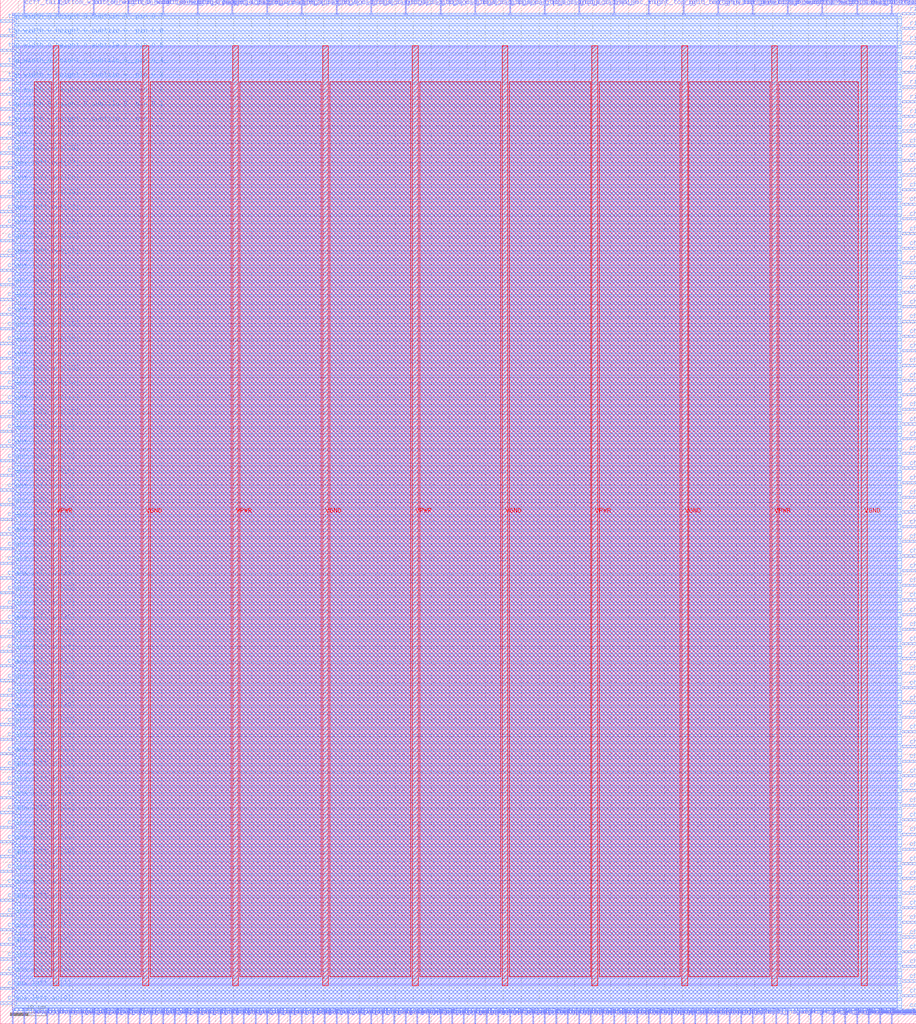
<source format=lef>
VERSION 5.7 ;
  NOWIREEXTENSIONATPIN ON ;
  DIVIDERCHAR "/" ;
  BUSBITCHARS "[]" ;
MACRO top_tile
  CLASS BLOCK ;
  FOREIGN top_tile ;
  ORIGIN 0.000 0.000 ;
  SIZE 255.000 BY 285.000 ;
  PIN VGND
    DIRECTION INOUT ;
    USE GROUND ;
    PORT
      LAYER met4 ;
        RECT 39.720 10.640 41.320 272.240 ;
    END
    PORT
      LAYER met4 ;
        RECT 89.720 10.640 91.320 272.240 ;
    END
    PORT
      LAYER met4 ;
        RECT 139.720 10.640 141.320 272.240 ;
    END
    PORT
      LAYER met4 ;
        RECT 189.720 10.640 191.320 272.240 ;
    END
    PORT
      LAYER met4 ;
        RECT 239.720 10.640 241.320 272.240 ;
    END
  END VGND
  PIN VPWR
    DIRECTION INOUT ;
    USE POWER ;
    PORT
      LAYER met4 ;
        RECT 14.720 10.640 16.320 272.240 ;
    END
    PORT
      LAYER met4 ;
        RECT 64.720 10.640 66.320 272.240 ;
    END
    PORT
      LAYER met4 ;
        RECT 114.720 10.640 116.320 272.240 ;
    END
    PORT
      LAYER met4 ;
        RECT 164.720 10.640 166.320 272.240 ;
    END
    PORT
      LAYER met4 ;
        RECT 214.720 10.640 216.320 272.240 ;
    END
  END VPWR
  PIN bottom_width_0_height_0_subtile_0__pin_cout_0_
    DIRECTION OUTPUT TRISTATE ;
    USE SIGNAL ;
    PORT
      LAYER met2 ;
        RECT 241.590 0.000 241.870 4.000 ;
    END
  END bottom_width_0_height_0_subtile_0__pin_cout_0_
  PIN bottom_width_0_height_0_subtile_0__pin_inpad_0_
    DIRECTION OUTPUT TRISTATE ;
    USE SIGNAL ;
    PORT
      LAYER met2 ;
        RECT 16.190 281.000 16.470 285.000 ;
    END
  END bottom_width_0_height_0_subtile_0__pin_inpad_0_
  PIN bottom_width_0_height_0_subtile_0__pin_reg_out_0_
    DIRECTION OUTPUT TRISTATE ;
    USE SIGNAL ;
    PORT
      LAYER met2 ;
        RECT 244.810 0.000 245.090 4.000 ;
    END
  END bottom_width_0_height_0_subtile_0__pin_reg_out_0_
  PIN bottom_width_0_height_0_subtile_1__pin_inpad_0_
    DIRECTION OUTPUT TRISTATE ;
    USE SIGNAL ;
    PORT
      LAYER met2 ;
        RECT 25.850 281.000 26.130 285.000 ;
    END
  END bottom_width_0_height_0_subtile_1__pin_inpad_0_
  PIN bottom_width_0_height_0_subtile_2__pin_inpad_0_
    DIRECTION OUTPUT TRISTATE ;
    USE SIGNAL ;
    PORT
      LAYER met2 ;
        RECT 35.510 281.000 35.790 285.000 ;
    END
  END bottom_width_0_height_0_subtile_2__pin_inpad_0_
  PIN bottom_width_0_height_0_subtile_3__pin_inpad_0_
    DIRECTION OUTPUT TRISTATE ;
    USE SIGNAL ;
    PORT
      LAYER met2 ;
        RECT 45.170 281.000 45.450 285.000 ;
    END
  END bottom_width_0_height_0_subtile_3__pin_inpad_0_
  PIN ccff_head_1
    DIRECTION INPUT ;
    USE SIGNAL ;
    PORT
      LAYER met2 ;
        RECT 3.310 0.000 3.590 4.000 ;
    END
  END ccff_head_1
  PIN ccff_head_2
    DIRECTION INPUT ;
    USE SIGNAL ;
    PORT
      LAYER met2 ;
        RECT 248.030 281.000 248.310 285.000 ;
    END
  END ccff_head_2
  PIN ccff_tail
    DIRECTION OUTPUT TRISTATE ;
    USE SIGNAL ;
    PORT
      LAYER met3 ;
        RECT 251.000 3.440 255.000 4.040 ;
    END
  END ccff_tail
  PIN ccff_tail_0
    DIRECTION OUTPUT TRISTATE ;
    USE SIGNAL ;
    PORT
      LAYER met2 ;
        RECT 6.530 281.000 6.810 285.000 ;
    END
  END ccff_tail_0
  PIN chanx_left_in[0]
    DIRECTION INPUT ;
    USE SIGNAL ;
    PORT
      LAYER met3 ;
        RECT 0.000 5.480 4.000 6.080 ;
    END
  END chanx_left_in[0]
  PIN chanx_left_in[10]
    DIRECTION INPUT ;
    USE SIGNAL ;
    PORT
      LAYER met3 ;
        RECT 0.000 46.280 4.000 46.880 ;
    END
  END chanx_left_in[10]
  PIN chanx_left_in[11]
    DIRECTION INPUT ;
    USE SIGNAL ;
    PORT
      LAYER met3 ;
        RECT 0.000 50.360 4.000 50.960 ;
    END
  END chanx_left_in[11]
  PIN chanx_left_in[12]
    DIRECTION INPUT ;
    USE SIGNAL ;
    PORT
      LAYER met3 ;
        RECT 0.000 54.440 4.000 55.040 ;
    END
  END chanx_left_in[12]
  PIN chanx_left_in[13]
    DIRECTION INPUT ;
    USE SIGNAL ;
    PORT
      LAYER met3 ;
        RECT 0.000 58.520 4.000 59.120 ;
    END
  END chanx_left_in[13]
  PIN chanx_left_in[14]
    DIRECTION INPUT ;
    USE SIGNAL ;
    PORT
      LAYER met3 ;
        RECT 0.000 62.600 4.000 63.200 ;
    END
  END chanx_left_in[14]
  PIN chanx_left_in[15]
    DIRECTION INPUT ;
    USE SIGNAL ;
    PORT
      LAYER met3 ;
        RECT 0.000 66.680 4.000 67.280 ;
    END
  END chanx_left_in[15]
  PIN chanx_left_in[16]
    DIRECTION INPUT ;
    USE SIGNAL ;
    PORT
      LAYER met3 ;
        RECT 0.000 70.760 4.000 71.360 ;
    END
  END chanx_left_in[16]
  PIN chanx_left_in[17]
    DIRECTION INPUT ;
    USE SIGNAL ;
    PORT
      LAYER met3 ;
        RECT 0.000 74.840 4.000 75.440 ;
    END
  END chanx_left_in[17]
  PIN chanx_left_in[18]
    DIRECTION INPUT ;
    USE SIGNAL ;
    PORT
      LAYER met3 ;
        RECT 0.000 78.920 4.000 79.520 ;
    END
  END chanx_left_in[18]
  PIN chanx_left_in[19]
    DIRECTION INPUT ;
    USE SIGNAL ;
    PORT
      LAYER met3 ;
        RECT 0.000 83.000 4.000 83.600 ;
    END
  END chanx_left_in[19]
  PIN chanx_left_in[1]
    DIRECTION INPUT ;
    USE SIGNAL ;
    PORT
      LAYER met3 ;
        RECT 0.000 9.560 4.000 10.160 ;
    END
  END chanx_left_in[1]
  PIN chanx_left_in[20]
    DIRECTION INPUT ;
    USE SIGNAL ;
    PORT
      LAYER met3 ;
        RECT 0.000 87.080 4.000 87.680 ;
    END
  END chanx_left_in[20]
  PIN chanx_left_in[21]
    DIRECTION INPUT ;
    USE SIGNAL ;
    PORT
      LAYER met3 ;
        RECT 0.000 91.160 4.000 91.760 ;
    END
  END chanx_left_in[21]
  PIN chanx_left_in[22]
    DIRECTION INPUT ;
    USE SIGNAL ;
    PORT
      LAYER met3 ;
        RECT 0.000 95.240 4.000 95.840 ;
    END
  END chanx_left_in[22]
  PIN chanx_left_in[23]
    DIRECTION INPUT ;
    USE SIGNAL ;
    PORT
      LAYER met3 ;
        RECT 0.000 99.320 4.000 99.920 ;
    END
  END chanx_left_in[23]
  PIN chanx_left_in[24]
    DIRECTION INPUT ;
    USE SIGNAL ;
    PORT
      LAYER met3 ;
        RECT 0.000 103.400 4.000 104.000 ;
    END
  END chanx_left_in[24]
  PIN chanx_left_in[25]
    DIRECTION INPUT ;
    USE SIGNAL ;
    PORT
      LAYER met3 ;
        RECT 0.000 107.480 4.000 108.080 ;
    END
  END chanx_left_in[25]
  PIN chanx_left_in[26]
    DIRECTION INPUT ;
    USE SIGNAL ;
    PORT
      LAYER met3 ;
        RECT 0.000 111.560 4.000 112.160 ;
    END
  END chanx_left_in[26]
  PIN chanx_left_in[27]
    DIRECTION INPUT ;
    USE SIGNAL ;
    PORT
      LAYER met3 ;
        RECT 0.000 115.640 4.000 116.240 ;
    END
  END chanx_left_in[27]
  PIN chanx_left_in[28]
    DIRECTION INPUT ;
    USE SIGNAL ;
    PORT
      LAYER met3 ;
        RECT 0.000 119.720 4.000 120.320 ;
    END
  END chanx_left_in[28]
  PIN chanx_left_in[29]
    DIRECTION INPUT ;
    USE SIGNAL ;
    PORT
      LAYER met3 ;
        RECT 0.000 123.800 4.000 124.400 ;
    END
  END chanx_left_in[29]
  PIN chanx_left_in[2]
    DIRECTION INPUT ;
    USE SIGNAL ;
    PORT
      LAYER met3 ;
        RECT 0.000 13.640 4.000 14.240 ;
    END
  END chanx_left_in[2]
  PIN chanx_left_in[3]
    DIRECTION INPUT ;
    USE SIGNAL ;
    PORT
      LAYER met3 ;
        RECT 0.000 17.720 4.000 18.320 ;
    END
  END chanx_left_in[3]
  PIN chanx_left_in[4]
    DIRECTION INPUT ;
    USE SIGNAL ;
    PORT
      LAYER met3 ;
        RECT 0.000 21.800 4.000 22.400 ;
    END
  END chanx_left_in[4]
  PIN chanx_left_in[5]
    DIRECTION INPUT ;
    USE SIGNAL ;
    PORT
      LAYER met3 ;
        RECT 0.000 25.880 4.000 26.480 ;
    END
  END chanx_left_in[5]
  PIN chanx_left_in[6]
    DIRECTION INPUT ;
    USE SIGNAL ;
    PORT
      LAYER met3 ;
        RECT 0.000 29.960 4.000 30.560 ;
    END
  END chanx_left_in[6]
  PIN chanx_left_in[7]
    DIRECTION INPUT ;
    USE SIGNAL ;
    PORT
      LAYER met3 ;
        RECT 0.000 34.040 4.000 34.640 ;
    END
  END chanx_left_in[7]
  PIN chanx_left_in[8]
    DIRECTION INPUT ;
    USE SIGNAL ;
    PORT
      LAYER met3 ;
        RECT 0.000 38.120 4.000 38.720 ;
    END
  END chanx_left_in[8]
  PIN chanx_left_in[9]
    DIRECTION INPUT ;
    USE SIGNAL ;
    PORT
      LAYER met3 ;
        RECT 0.000 42.200 4.000 42.800 ;
    END
  END chanx_left_in[9]
  PIN chanx_left_out[0]
    DIRECTION OUTPUT TRISTATE ;
    USE SIGNAL ;
    PORT
      LAYER met3 ;
        RECT 0.000 127.880 4.000 128.480 ;
    END
  END chanx_left_out[0]
  PIN chanx_left_out[10]
    DIRECTION OUTPUT TRISTATE ;
    USE SIGNAL ;
    PORT
      LAYER met3 ;
        RECT 0.000 168.680 4.000 169.280 ;
    END
  END chanx_left_out[10]
  PIN chanx_left_out[11]
    DIRECTION OUTPUT TRISTATE ;
    USE SIGNAL ;
    PORT
      LAYER met3 ;
        RECT 0.000 172.760 4.000 173.360 ;
    END
  END chanx_left_out[11]
  PIN chanx_left_out[12]
    DIRECTION OUTPUT TRISTATE ;
    USE SIGNAL ;
    PORT
      LAYER met3 ;
        RECT 0.000 176.840 4.000 177.440 ;
    END
  END chanx_left_out[12]
  PIN chanx_left_out[13]
    DIRECTION OUTPUT TRISTATE ;
    USE SIGNAL ;
    PORT
      LAYER met3 ;
        RECT 0.000 180.920 4.000 181.520 ;
    END
  END chanx_left_out[13]
  PIN chanx_left_out[14]
    DIRECTION OUTPUT TRISTATE ;
    USE SIGNAL ;
    PORT
      LAYER met3 ;
        RECT 0.000 185.000 4.000 185.600 ;
    END
  END chanx_left_out[14]
  PIN chanx_left_out[15]
    DIRECTION OUTPUT TRISTATE ;
    USE SIGNAL ;
    PORT
      LAYER met3 ;
        RECT 0.000 189.080 4.000 189.680 ;
    END
  END chanx_left_out[15]
  PIN chanx_left_out[16]
    DIRECTION OUTPUT TRISTATE ;
    USE SIGNAL ;
    PORT
      LAYER met3 ;
        RECT 0.000 193.160 4.000 193.760 ;
    END
  END chanx_left_out[16]
  PIN chanx_left_out[17]
    DIRECTION OUTPUT TRISTATE ;
    USE SIGNAL ;
    PORT
      LAYER met3 ;
        RECT 0.000 197.240 4.000 197.840 ;
    END
  END chanx_left_out[17]
  PIN chanx_left_out[18]
    DIRECTION OUTPUT TRISTATE ;
    USE SIGNAL ;
    PORT
      LAYER met3 ;
        RECT 0.000 201.320 4.000 201.920 ;
    END
  END chanx_left_out[18]
  PIN chanx_left_out[19]
    DIRECTION OUTPUT TRISTATE ;
    USE SIGNAL ;
    PORT
      LAYER met3 ;
        RECT 0.000 205.400 4.000 206.000 ;
    END
  END chanx_left_out[19]
  PIN chanx_left_out[1]
    DIRECTION OUTPUT TRISTATE ;
    USE SIGNAL ;
    PORT
      LAYER met3 ;
        RECT 0.000 131.960 4.000 132.560 ;
    END
  END chanx_left_out[1]
  PIN chanx_left_out[20]
    DIRECTION OUTPUT TRISTATE ;
    USE SIGNAL ;
    PORT
      LAYER met3 ;
        RECT 0.000 209.480 4.000 210.080 ;
    END
  END chanx_left_out[20]
  PIN chanx_left_out[21]
    DIRECTION OUTPUT TRISTATE ;
    USE SIGNAL ;
    PORT
      LAYER met3 ;
        RECT 0.000 213.560 4.000 214.160 ;
    END
  END chanx_left_out[21]
  PIN chanx_left_out[22]
    DIRECTION OUTPUT TRISTATE ;
    USE SIGNAL ;
    PORT
      LAYER met3 ;
        RECT 0.000 217.640 4.000 218.240 ;
    END
  END chanx_left_out[22]
  PIN chanx_left_out[23]
    DIRECTION OUTPUT TRISTATE ;
    USE SIGNAL ;
    PORT
      LAYER met3 ;
        RECT 0.000 221.720 4.000 222.320 ;
    END
  END chanx_left_out[23]
  PIN chanx_left_out[24]
    DIRECTION OUTPUT TRISTATE ;
    USE SIGNAL ;
    PORT
      LAYER met3 ;
        RECT 0.000 225.800 4.000 226.400 ;
    END
  END chanx_left_out[24]
  PIN chanx_left_out[25]
    DIRECTION OUTPUT TRISTATE ;
    USE SIGNAL ;
    PORT
      LAYER met3 ;
        RECT 0.000 229.880 4.000 230.480 ;
    END
  END chanx_left_out[25]
  PIN chanx_left_out[26]
    DIRECTION OUTPUT TRISTATE ;
    USE SIGNAL ;
    PORT
      LAYER met3 ;
        RECT 0.000 233.960 4.000 234.560 ;
    END
  END chanx_left_out[26]
  PIN chanx_left_out[27]
    DIRECTION OUTPUT TRISTATE ;
    USE SIGNAL ;
    PORT
      LAYER met3 ;
        RECT 0.000 238.040 4.000 238.640 ;
    END
  END chanx_left_out[27]
  PIN chanx_left_out[28]
    DIRECTION OUTPUT TRISTATE ;
    USE SIGNAL ;
    PORT
      LAYER met3 ;
        RECT 0.000 242.120 4.000 242.720 ;
    END
  END chanx_left_out[28]
  PIN chanx_left_out[29]
    DIRECTION OUTPUT TRISTATE ;
    USE SIGNAL ;
    PORT
      LAYER met3 ;
        RECT 0.000 246.200 4.000 246.800 ;
    END
  END chanx_left_out[29]
  PIN chanx_left_out[2]
    DIRECTION OUTPUT TRISTATE ;
    USE SIGNAL ;
    PORT
      LAYER met3 ;
        RECT 0.000 136.040 4.000 136.640 ;
    END
  END chanx_left_out[2]
  PIN chanx_left_out[3]
    DIRECTION OUTPUT TRISTATE ;
    USE SIGNAL ;
    PORT
      LAYER met3 ;
        RECT 0.000 140.120 4.000 140.720 ;
    END
  END chanx_left_out[3]
  PIN chanx_left_out[4]
    DIRECTION OUTPUT TRISTATE ;
    USE SIGNAL ;
    PORT
      LAYER met3 ;
        RECT 0.000 144.200 4.000 144.800 ;
    END
  END chanx_left_out[4]
  PIN chanx_left_out[5]
    DIRECTION OUTPUT TRISTATE ;
    USE SIGNAL ;
    PORT
      LAYER met3 ;
        RECT 0.000 148.280 4.000 148.880 ;
    END
  END chanx_left_out[5]
  PIN chanx_left_out[6]
    DIRECTION OUTPUT TRISTATE ;
    USE SIGNAL ;
    PORT
      LAYER met3 ;
        RECT 0.000 152.360 4.000 152.960 ;
    END
  END chanx_left_out[6]
  PIN chanx_left_out[7]
    DIRECTION OUTPUT TRISTATE ;
    USE SIGNAL ;
    PORT
      LAYER met3 ;
        RECT 0.000 156.440 4.000 157.040 ;
    END
  END chanx_left_out[7]
  PIN chanx_left_out[8]
    DIRECTION OUTPUT TRISTATE ;
    USE SIGNAL ;
    PORT
      LAYER met3 ;
        RECT 0.000 160.520 4.000 161.120 ;
    END
  END chanx_left_out[8]
  PIN chanx_left_out[9]
    DIRECTION OUTPUT TRISTATE ;
    USE SIGNAL ;
    PORT
      LAYER met3 ;
        RECT 0.000 164.600 4.000 165.200 ;
    END
  END chanx_left_out[9]
  PIN chanx_right_in_0[0]
    DIRECTION INPUT ;
    USE SIGNAL ;
    PORT
      LAYER met3 ;
        RECT 251.000 129.920 255.000 130.520 ;
    END
  END chanx_right_in_0[0]
  PIN chanx_right_in_0[10]
    DIRECTION INPUT ;
    USE SIGNAL ;
    PORT
      LAYER met3 ;
        RECT 251.000 170.720 255.000 171.320 ;
    END
  END chanx_right_in_0[10]
  PIN chanx_right_in_0[11]
    DIRECTION INPUT ;
    USE SIGNAL ;
    PORT
      LAYER met3 ;
        RECT 251.000 174.800 255.000 175.400 ;
    END
  END chanx_right_in_0[11]
  PIN chanx_right_in_0[12]
    DIRECTION INPUT ;
    USE SIGNAL ;
    PORT
      LAYER met3 ;
        RECT 251.000 178.880 255.000 179.480 ;
    END
  END chanx_right_in_0[12]
  PIN chanx_right_in_0[13]
    DIRECTION INPUT ;
    USE SIGNAL ;
    PORT
      LAYER met3 ;
        RECT 251.000 182.960 255.000 183.560 ;
    END
  END chanx_right_in_0[13]
  PIN chanx_right_in_0[14]
    DIRECTION INPUT ;
    USE SIGNAL ;
    PORT
      LAYER met3 ;
        RECT 251.000 187.040 255.000 187.640 ;
    END
  END chanx_right_in_0[14]
  PIN chanx_right_in_0[15]
    DIRECTION INPUT ;
    USE SIGNAL ;
    PORT
      LAYER met3 ;
        RECT 251.000 191.120 255.000 191.720 ;
    END
  END chanx_right_in_0[15]
  PIN chanx_right_in_0[16]
    DIRECTION INPUT ;
    USE SIGNAL ;
    PORT
      LAYER met3 ;
        RECT 251.000 195.200 255.000 195.800 ;
    END
  END chanx_right_in_0[16]
  PIN chanx_right_in_0[17]
    DIRECTION INPUT ;
    USE SIGNAL ;
    PORT
      LAYER met3 ;
        RECT 251.000 199.280 255.000 199.880 ;
    END
  END chanx_right_in_0[17]
  PIN chanx_right_in_0[18]
    DIRECTION INPUT ;
    USE SIGNAL ;
    PORT
      LAYER met3 ;
        RECT 251.000 203.360 255.000 203.960 ;
    END
  END chanx_right_in_0[18]
  PIN chanx_right_in_0[19]
    DIRECTION INPUT ;
    USE SIGNAL ;
    PORT
      LAYER met3 ;
        RECT 251.000 207.440 255.000 208.040 ;
    END
  END chanx_right_in_0[19]
  PIN chanx_right_in_0[1]
    DIRECTION INPUT ;
    USE SIGNAL ;
    PORT
      LAYER met3 ;
        RECT 251.000 134.000 255.000 134.600 ;
    END
  END chanx_right_in_0[1]
  PIN chanx_right_in_0[20]
    DIRECTION INPUT ;
    USE SIGNAL ;
    PORT
      LAYER met3 ;
        RECT 251.000 211.520 255.000 212.120 ;
    END
  END chanx_right_in_0[20]
  PIN chanx_right_in_0[21]
    DIRECTION INPUT ;
    USE SIGNAL ;
    PORT
      LAYER met3 ;
        RECT 251.000 215.600 255.000 216.200 ;
    END
  END chanx_right_in_0[21]
  PIN chanx_right_in_0[22]
    DIRECTION INPUT ;
    USE SIGNAL ;
    PORT
      LAYER met3 ;
        RECT 251.000 219.680 255.000 220.280 ;
    END
  END chanx_right_in_0[22]
  PIN chanx_right_in_0[23]
    DIRECTION INPUT ;
    USE SIGNAL ;
    PORT
      LAYER met3 ;
        RECT 251.000 223.760 255.000 224.360 ;
    END
  END chanx_right_in_0[23]
  PIN chanx_right_in_0[24]
    DIRECTION INPUT ;
    USE SIGNAL ;
    PORT
      LAYER met3 ;
        RECT 251.000 227.840 255.000 228.440 ;
    END
  END chanx_right_in_0[24]
  PIN chanx_right_in_0[25]
    DIRECTION INPUT ;
    USE SIGNAL ;
    PORT
      LAYER met3 ;
        RECT 251.000 231.920 255.000 232.520 ;
    END
  END chanx_right_in_0[25]
  PIN chanx_right_in_0[26]
    DIRECTION INPUT ;
    USE SIGNAL ;
    PORT
      LAYER met3 ;
        RECT 251.000 236.000 255.000 236.600 ;
    END
  END chanx_right_in_0[26]
  PIN chanx_right_in_0[27]
    DIRECTION INPUT ;
    USE SIGNAL ;
    PORT
      LAYER met3 ;
        RECT 251.000 240.080 255.000 240.680 ;
    END
  END chanx_right_in_0[27]
  PIN chanx_right_in_0[28]
    DIRECTION INPUT ;
    USE SIGNAL ;
    PORT
      LAYER met3 ;
        RECT 251.000 244.160 255.000 244.760 ;
    END
  END chanx_right_in_0[28]
  PIN chanx_right_in_0[29]
    DIRECTION INPUT ;
    USE SIGNAL ;
    PORT
      LAYER met3 ;
        RECT 251.000 248.240 255.000 248.840 ;
    END
  END chanx_right_in_0[29]
  PIN chanx_right_in_0[2]
    DIRECTION INPUT ;
    USE SIGNAL ;
    PORT
      LAYER met3 ;
        RECT 251.000 138.080 255.000 138.680 ;
    END
  END chanx_right_in_0[2]
  PIN chanx_right_in_0[3]
    DIRECTION INPUT ;
    USE SIGNAL ;
    PORT
      LAYER met3 ;
        RECT 251.000 142.160 255.000 142.760 ;
    END
  END chanx_right_in_0[3]
  PIN chanx_right_in_0[4]
    DIRECTION INPUT ;
    USE SIGNAL ;
    PORT
      LAYER met3 ;
        RECT 251.000 146.240 255.000 146.840 ;
    END
  END chanx_right_in_0[4]
  PIN chanx_right_in_0[5]
    DIRECTION INPUT ;
    USE SIGNAL ;
    PORT
      LAYER met3 ;
        RECT 251.000 150.320 255.000 150.920 ;
    END
  END chanx_right_in_0[5]
  PIN chanx_right_in_0[6]
    DIRECTION INPUT ;
    USE SIGNAL ;
    PORT
      LAYER met3 ;
        RECT 251.000 154.400 255.000 155.000 ;
    END
  END chanx_right_in_0[6]
  PIN chanx_right_in_0[7]
    DIRECTION INPUT ;
    USE SIGNAL ;
    PORT
      LAYER met3 ;
        RECT 251.000 158.480 255.000 159.080 ;
    END
  END chanx_right_in_0[7]
  PIN chanx_right_in_0[8]
    DIRECTION INPUT ;
    USE SIGNAL ;
    PORT
      LAYER met3 ;
        RECT 251.000 162.560 255.000 163.160 ;
    END
  END chanx_right_in_0[8]
  PIN chanx_right_in_0[9]
    DIRECTION INPUT ;
    USE SIGNAL ;
    PORT
      LAYER met3 ;
        RECT 251.000 166.640 255.000 167.240 ;
    END
  END chanx_right_in_0[9]
  PIN chanx_right_out_0[0]
    DIRECTION OUTPUT TRISTATE ;
    USE SIGNAL ;
    PORT
      LAYER met3 ;
        RECT 251.000 7.520 255.000 8.120 ;
    END
  END chanx_right_out_0[0]
  PIN chanx_right_out_0[10]
    DIRECTION OUTPUT TRISTATE ;
    USE SIGNAL ;
    PORT
      LAYER met3 ;
        RECT 251.000 48.320 255.000 48.920 ;
    END
  END chanx_right_out_0[10]
  PIN chanx_right_out_0[11]
    DIRECTION OUTPUT TRISTATE ;
    USE SIGNAL ;
    PORT
      LAYER met3 ;
        RECT 251.000 52.400 255.000 53.000 ;
    END
  END chanx_right_out_0[11]
  PIN chanx_right_out_0[12]
    DIRECTION OUTPUT TRISTATE ;
    USE SIGNAL ;
    PORT
      LAYER met3 ;
        RECT 251.000 56.480 255.000 57.080 ;
    END
  END chanx_right_out_0[12]
  PIN chanx_right_out_0[13]
    DIRECTION OUTPUT TRISTATE ;
    USE SIGNAL ;
    PORT
      LAYER met3 ;
        RECT 251.000 60.560 255.000 61.160 ;
    END
  END chanx_right_out_0[13]
  PIN chanx_right_out_0[14]
    DIRECTION OUTPUT TRISTATE ;
    USE SIGNAL ;
    PORT
      LAYER met3 ;
        RECT 251.000 64.640 255.000 65.240 ;
    END
  END chanx_right_out_0[14]
  PIN chanx_right_out_0[15]
    DIRECTION OUTPUT TRISTATE ;
    USE SIGNAL ;
    PORT
      LAYER met3 ;
        RECT 251.000 68.720 255.000 69.320 ;
    END
  END chanx_right_out_0[15]
  PIN chanx_right_out_0[16]
    DIRECTION OUTPUT TRISTATE ;
    USE SIGNAL ;
    PORT
      LAYER met3 ;
        RECT 251.000 72.800 255.000 73.400 ;
    END
  END chanx_right_out_0[16]
  PIN chanx_right_out_0[17]
    DIRECTION OUTPUT TRISTATE ;
    USE SIGNAL ;
    PORT
      LAYER met3 ;
        RECT 251.000 76.880 255.000 77.480 ;
    END
  END chanx_right_out_0[17]
  PIN chanx_right_out_0[18]
    DIRECTION OUTPUT TRISTATE ;
    USE SIGNAL ;
    PORT
      LAYER met3 ;
        RECT 251.000 80.960 255.000 81.560 ;
    END
  END chanx_right_out_0[18]
  PIN chanx_right_out_0[19]
    DIRECTION OUTPUT TRISTATE ;
    USE SIGNAL ;
    PORT
      LAYER met3 ;
        RECT 251.000 85.040 255.000 85.640 ;
    END
  END chanx_right_out_0[19]
  PIN chanx_right_out_0[1]
    DIRECTION OUTPUT TRISTATE ;
    USE SIGNAL ;
    PORT
      LAYER met3 ;
        RECT 251.000 11.600 255.000 12.200 ;
    END
  END chanx_right_out_0[1]
  PIN chanx_right_out_0[20]
    DIRECTION OUTPUT TRISTATE ;
    USE SIGNAL ;
    PORT
      LAYER met3 ;
        RECT 251.000 89.120 255.000 89.720 ;
    END
  END chanx_right_out_0[20]
  PIN chanx_right_out_0[21]
    DIRECTION OUTPUT TRISTATE ;
    USE SIGNAL ;
    PORT
      LAYER met3 ;
        RECT 251.000 93.200 255.000 93.800 ;
    END
  END chanx_right_out_0[21]
  PIN chanx_right_out_0[22]
    DIRECTION OUTPUT TRISTATE ;
    USE SIGNAL ;
    PORT
      LAYER met3 ;
        RECT 251.000 97.280 255.000 97.880 ;
    END
  END chanx_right_out_0[22]
  PIN chanx_right_out_0[23]
    DIRECTION OUTPUT TRISTATE ;
    USE SIGNAL ;
    PORT
      LAYER met3 ;
        RECT 251.000 101.360 255.000 101.960 ;
    END
  END chanx_right_out_0[23]
  PIN chanx_right_out_0[24]
    DIRECTION OUTPUT TRISTATE ;
    USE SIGNAL ;
    PORT
      LAYER met3 ;
        RECT 251.000 105.440 255.000 106.040 ;
    END
  END chanx_right_out_0[24]
  PIN chanx_right_out_0[25]
    DIRECTION OUTPUT TRISTATE ;
    USE SIGNAL ;
    PORT
      LAYER met3 ;
        RECT 251.000 109.520 255.000 110.120 ;
    END
  END chanx_right_out_0[25]
  PIN chanx_right_out_0[26]
    DIRECTION OUTPUT TRISTATE ;
    USE SIGNAL ;
    PORT
      LAYER met3 ;
        RECT 251.000 113.600 255.000 114.200 ;
    END
  END chanx_right_out_0[26]
  PIN chanx_right_out_0[27]
    DIRECTION OUTPUT TRISTATE ;
    USE SIGNAL ;
    PORT
      LAYER met3 ;
        RECT 251.000 117.680 255.000 118.280 ;
    END
  END chanx_right_out_0[27]
  PIN chanx_right_out_0[28]
    DIRECTION OUTPUT TRISTATE ;
    USE SIGNAL ;
    PORT
      LAYER met3 ;
        RECT 251.000 121.760 255.000 122.360 ;
    END
  END chanx_right_out_0[28]
  PIN chanx_right_out_0[29]
    DIRECTION OUTPUT TRISTATE ;
    USE SIGNAL ;
    PORT
      LAYER met3 ;
        RECT 251.000 125.840 255.000 126.440 ;
    END
  END chanx_right_out_0[29]
  PIN chanx_right_out_0[2]
    DIRECTION OUTPUT TRISTATE ;
    USE SIGNAL ;
    PORT
      LAYER met3 ;
        RECT 251.000 15.680 255.000 16.280 ;
    END
  END chanx_right_out_0[2]
  PIN chanx_right_out_0[3]
    DIRECTION OUTPUT TRISTATE ;
    USE SIGNAL ;
    PORT
      LAYER met3 ;
        RECT 251.000 19.760 255.000 20.360 ;
    END
  END chanx_right_out_0[3]
  PIN chanx_right_out_0[4]
    DIRECTION OUTPUT TRISTATE ;
    USE SIGNAL ;
    PORT
      LAYER met3 ;
        RECT 251.000 23.840 255.000 24.440 ;
    END
  END chanx_right_out_0[4]
  PIN chanx_right_out_0[5]
    DIRECTION OUTPUT TRISTATE ;
    USE SIGNAL ;
    PORT
      LAYER met3 ;
        RECT 251.000 27.920 255.000 28.520 ;
    END
  END chanx_right_out_0[5]
  PIN chanx_right_out_0[6]
    DIRECTION OUTPUT TRISTATE ;
    USE SIGNAL ;
    PORT
      LAYER met3 ;
        RECT 251.000 32.000 255.000 32.600 ;
    END
  END chanx_right_out_0[6]
  PIN chanx_right_out_0[7]
    DIRECTION OUTPUT TRISTATE ;
    USE SIGNAL ;
    PORT
      LAYER met3 ;
        RECT 251.000 36.080 255.000 36.680 ;
    END
  END chanx_right_out_0[7]
  PIN chanx_right_out_0[8]
    DIRECTION OUTPUT TRISTATE ;
    USE SIGNAL ;
    PORT
      LAYER met3 ;
        RECT 251.000 40.160 255.000 40.760 ;
    END
  END chanx_right_out_0[8]
  PIN chanx_right_out_0[9]
    DIRECTION OUTPUT TRISTATE ;
    USE SIGNAL ;
    PORT
      LAYER met3 ;
        RECT 251.000 44.240 255.000 44.840 ;
    END
  END chanx_right_out_0[9]
  PIN chany_bottom_in[0]
    DIRECTION INPUT ;
    USE SIGNAL ;
    PORT
      LAYER met2 ;
        RECT 6.530 0.000 6.810 4.000 ;
    END
  END chany_bottom_in[0]
  PIN chany_bottom_in[10]
    DIRECTION INPUT ;
    USE SIGNAL ;
    PORT
      LAYER met2 ;
        RECT 38.730 0.000 39.010 4.000 ;
    END
  END chany_bottom_in[10]
  PIN chany_bottom_in[11]
    DIRECTION INPUT ;
    USE SIGNAL ;
    PORT
      LAYER met2 ;
        RECT 41.950 0.000 42.230 4.000 ;
    END
  END chany_bottom_in[11]
  PIN chany_bottom_in[12]
    DIRECTION INPUT ;
    USE SIGNAL ;
    PORT
      LAYER met2 ;
        RECT 45.170 0.000 45.450 4.000 ;
    END
  END chany_bottom_in[12]
  PIN chany_bottom_in[13]
    DIRECTION INPUT ;
    USE SIGNAL ;
    PORT
      LAYER met2 ;
        RECT 48.390 0.000 48.670 4.000 ;
    END
  END chany_bottom_in[13]
  PIN chany_bottom_in[14]
    DIRECTION INPUT ;
    USE SIGNAL ;
    PORT
      LAYER met2 ;
        RECT 51.610 0.000 51.890 4.000 ;
    END
  END chany_bottom_in[14]
  PIN chany_bottom_in[15]
    DIRECTION INPUT ;
    USE SIGNAL ;
    PORT
      LAYER met2 ;
        RECT 54.830 0.000 55.110 4.000 ;
    END
  END chany_bottom_in[15]
  PIN chany_bottom_in[16]
    DIRECTION INPUT ;
    USE SIGNAL ;
    PORT
      LAYER met2 ;
        RECT 58.050 0.000 58.330 4.000 ;
    END
  END chany_bottom_in[16]
  PIN chany_bottom_in[17]
    DIRECTION INPUT ;
    USE SIGNAL ;
    PORT
      LAYER met2 ;
        RECT 61.270 0.000 61.550 4.000 ;
    END
  END chany_bottom_in[17]
  PIN chany_bottom_in[18]
    DIRECTION INPUT ;
    USE SIGNAL ;
    PORT
      LAYER met2 ;
        RECT 64.490 0.000 64.770 4.000 ;
    END
  END chany_bottom_in[18]
  PIN chany_bottom_in[19]
    DIRECTION INPUT ;
    USE SIGNAL ;
    PORT
      LAYER met2 ;
        RECT 67.710 0.000 67.990 4.000 ;
    END
  END chany_bottom_in[19]
  PIN chany_bottom_in[1]
    DIRECTION INPUT ;
    USE SIGNAL ;
    PORT
      LAYER met2 ;
        RECT 9.750 0.000 10.030 4.000 ;
    END
  END chany_bottom_in[1]
  PIN chany_bottom_in[20]
    DIRECTION INPUT ;
    USE SIGNAL ;
    PORT
      LAYER met2 ;
        RECT 70.930 0.000 71.210 4.000 ;
    END
  END chany_bottom_in[20]
  PIN chany_bottom_in[21]
    DIRECTION INPUT ;
    USE SIGNAL ;
    PORT
      LAYER met2 ;
        RECT 74.150 0.000 74.430 4.000 ;
    END
  END chany_bottom_in[21]
  PIN chany_bottom_in[22]
    DIRECTION INPUT ;
    USE SIGNAL ;
    PORT
      LAYER met2 ;
        RECT 77.370 0.000 77.650 4.000 ;
    END
  END chany_bottom_in[22]
  PIN chany_bottom_in[23]
    DIRECTION INPUT ;
    USE SIGNAL ;
    PORT
      LAYER met2 ;
        RECT 80.590 0.000 80.870 4.000 ;
    END
  END chany_bottom_in[23]
  PIN chany_bottom_in[24]
    DIRECTION INPUT ;
    USE SIGNAL ;
    PORT
      LAYER met2 ;
        RECT 83.810 0.000 84.090 4.000 ;
    END
  END chany_bottom_in[24]
  PIN chany_bottom_in[25]
    DIRECTION INPUT ;
    USE SIGNAL ;
    PORT
      LAYER met2 ;
        RECT 87.030 0.000 87.310 4.000 ;
    END
  END chany_bottom_in[25]
  PIN chany_bottom_in[26]
    DIRECTION INPUT ;
    USE SIGNAL ;
    PORT
      LAYER met2 ;
        RECT 90.250 0.000 90.530 4.000 ;
    END
  END chany_bottom_in[26]
  PIN chany_bottom_in[27]
    DIRECTION INPUT ;
    USE SIGNAL ;
    PORT
      LAYER met2 ;
        RECT 93.470 0.000 93.750 4.000 ;
    END
  END chany_bottom_in[27]
  PIN chany_bottom_in[28]
    DIRECTION INPUT ;
    USE SIGNAL ;
    PORT
      LAYER met2 ;
        RECT 96.690 0.000 96.970 4.000 ;
    END
  END chany_bottom_in[28]
  PIN chany_bottom_in[29]
    DIRECTION INPUT ;
    USE SIGNAL ;
    PORT
      LAYER met2 ;
        RECT 99.910 0.000 100.190 4.000 ;
    END
  END chany_bottom_in[29]
  PIN chany_bottom_in[2]
    DIRECTION INPUT ;
    USE SIGNAL ;
    PORT
      LAYER met2 ;
        RECT 12.970 0.000 13.250 4.000 ;
    END
  END chany_bottom_in[2]
  PIN chany_bottom_in[3]
    DIRECTION INPUT ;
    USE SIGNAL ;
    PORT
      LAYER met2 ;
        RECT 16.190 0.000 16.470 4.000 ;
    END
  END chany_bottom_in[3]
  PIN chany_bottom_in[4]
    DIRECTION INPUT ;
    USE SIGNAL ;
    PORT
      LAYER met2 ;
        RECT 19.410 0.000 19.690 4.000 ;
    END
  END chany_bottom_in[4]
  PIN chany_bottom_in[5]
    DIRECTION INPUT ;
    USE SIGNAL ;
    PORT
      LAYER met2 ;
        RECT 22.630 0.000 22.910 4.000 ;
    END
  END chany_bottom_in[5]
  PIN chany_bottom_in[6]
    DIRECTION INPUT ;
    USE SIGNAL ;
    PORT
      LAYER met2 ;
        RECT 25.850 0.000 26.130 4.000 ;
    END
  END chany_bottom_in[6]
  PIN chany_bottom_in[7]
    DIRECTION INPUT ;
    USE SIGNAL ;
    PORT
      LAYER met2 ;
        RECT 29.070 0.000 29.350 4.000 ;
    END
  END chany_bottom_in[7]
  PIN chany_bottom_in[8]
    DIRECTION INPUT ;
    USE SIGNAL ;
    PORT
      LAYER met2 ;
        RECT 32.290 0.000 32.570 4.000 ;
    END
  END chany_bottom_in[8]
  PIN chany_bottom_in[9]
    DIRECTION INPUT ;
    USE SIGNAL ;
    PORT
      LAYER met2 ;
        RECT 35.510 0.000 35.790 4.000 ;
    END
  END chany_bottom_in[9]
  PIN chany_bottom_out[0]
    DIRECTION OUTPUT TRISTATE ;
    USE SIGNAL ;
    PORT
      LAYER met2 ;
        RECT 103.130 0.000 103.410 4.000 ;
    END
  END chany_bottom_out[0]
  PIN chany_bottom_out[10]
    DIRECTION OUTPUT TRISTATE ;
    USE SIGNAL ;
    PORT
      LAYER met2 ;
        RECT 135.330 0.000 135.610 4.000 ;
    END
  END chany_bottom_out[10]
  PIN chany_bottom_out[11]
    DIRECTION OUTPUT TRISTATE ;
    USE SIGNAL ;
    PORT
      LAYER met2 ;
        RECT 138.550 0.000 138.830 4.000 ;
    END
  END chany_bottom_out[11]
  PIN chany_bottom_out[12]
    DIRECTION OUTPUT TRISTATE ;
    USE SIGNAL ;
    PORT
      LAYER met2 ;
        RECT 141.770 0.000 142.050 4.000 ;
    END
  END chany_bottom_out[12]
  PIN chany_bottom_out[13]
    DIRECTION OUTPUT TRISTATE ;
    USE SIGNAL ;
    PORT
      LAYER met2 ;
        RECT 144.990 0.000 145.270 4.000 ;
    END
  END chany_bottom_out[13]
  PIN chany_bottom_out[14]
    DIRECTION OUTPUT TRISTATE ;
    USE SIGNAL ;
    PORT
      LAYER met2 ;
        RECT 148.210 0.000 148.490 4.000 ;
    END
  END chany_bottom_out[14]
  PIN chany_bottom_out[15]
    DIRECTION OUTPUT TRISTATE ;
    USE SIGNAL ;
    PORT
      LAYER met2 ;
        RECT 151.430 0.000 151.710 4.000 ;
    END
  END chany_bottom_out[15]
  PIN chany_bottom_out[16]
    DIRECTION OUTPUT TRISTATE ;
    USE SIGNAL ;
    PORT
      LAYER met2 ;
        RECT 154.650 0.000 154.930 4.000 ;
    END
  END chany_bottom_out[16]
  PIN chany_bottom_out[17]
    DIRECTION OUTPUT TRISTATE ;
    USE SIGNAL ;
    PORT
      LAYER met2 ;
        RECT 157.870 0.000 158.150 4.000 ;
    END
  END chany_bottom_out[17]
  PIN chany_bottom_out[18]
    DIRECTION OUTPUT TRISTATE ;
    USE SIGNAL ;
    PORT
      LAYER met2 ;
        RECT 161.090 0.000 161.370 4.000 ;
    END
  END chany_bottom_out[18]
  PIN chany_bottom_out[19]
    DIRECTION OUTPUT TRISTATE ;
    USE SIGNAL ;
    PORT
      LAYER met2 ;
        RECT 164.310 0.000 164.590 4.000 ;
    END
  END chany_bottom_out[19]
  PIN chany_bottom_out[1]
    DIRECTION OUTPUT TRISTATE ;
    USE SIGNAL ;
    PORT
      LAYER met2 ;
        RECT 106.350 0.000 106.630 4.000 ;
    END
  END chany_bottom_out[1]
  PIN chany_bottom_out[20]
    DIRECTION OUTPUT TRISTATE ;
    USE SIGNAL ;
    PORT
      LAYER met2 ;
        RECT 167.530 0.000 167.810 4.000 ;
    END
  END chany_bottom_out[20]
  PIN chany_bottom_out[21]
    DIRECTION OUTPUT TRISTATE ;
    USE SIGNAL ;
    PORT
      LAYER met2 ;
        RECT 170.750 0.000 171.030 4.000 ;
    END
  END chany_bottom_out[21]
  PIN chany_bottom_out[22]
    DIRECTION OUTPUT TRISTATE ;
    USE SIGNAL ;
    PORT
      LAYER met2 ;
        RECT 173.970 0.000 174.250 4.000 ;
    END
  END chany_bottom_out[22]
  PIN chany_bottom_out[23]
    DIRECTION OUTPUT TRISTATE ;
    USE SIGNAL ;
    PORT
      LAYER met2 ;
        RECT 177.190 0.000 177.470 4.000 ;
    END
  END chany_bottom_out[23]
  PIN chany_bottom_out[24]
    DIRECTION OUTPUT TRISTATE ;
    USE SIGNAL ;
    PORT
      LAYER met2 ;
        RECT 180.410 0.000 180.690 4.000 ;
    END
  END chany_bottom_out[24]
  PIN chany_bottom_out[25]
    DIRECTION OUTPUT TRISTATE ;
    USE SIGNAL ;
    PORT
      LAYER met2 ;
        RECT 183.630 0.000 183.910 4.000 ;
    END
  END chany_bottom_out[25]
  PIN chany_bottom_out[26]
    DIRECTION OUTPUT TRISTATE ;
    USE SIGNAL ;
    PORT
      LAYER met2 ;
        RECT 186.850 0.000 187.130 4.000 ;
    END
  END chany_bottom_out[26]
  PIN chany_bottom_out[27]
    DIRECTION OUTPUT TRISTATE ;
    USE SIGNAL ;
    PORT
      LAYER met2 ;
        RECT 190.070 0.000 190.350 4.000 ;
    END
  END chany_bottom_out[27]
  PIN chany_bottom_out[28]
    DIRECTION OUTPUT TRISTATE ;
    USE SIGNAL ;
    PORT
      LAYER met2 ;
        RECT 193.290 0.000 193.570 4.000 ;
    END
  END chany_bottom_out[28]
  PIN chany_bottom_out[29]
    DIRECTION OUTPUT TRISTATE ;
    USE SIGNAL ;
    PORT
      LAYER met2 ;
        RECT 196.510 0.000 196.790 4.000 ;
    END
  END chany_bottom_out[29]
  PIN chany_bottom_out[2]
    DIRECTION OUTPUT TRISTATE ;
    USE SIGNAL ;
    PORT
      LAYER met2 ;
        RECT 109.570 0.000 109.850 4.000 ;
    END
  END chany_bottom_out[2]
  PIN chany_bottom_out[3]
    DIRECTION OUTPUT TRISTATE ;
    USE SIGNAL ;
    PORT
      LAYER met2 ;
        RECT 112.790 0.000 113.070 4.000 ;
    END
  END chany_bottom_out[3]
  PIN chany_bottom_out[4]
    DIRECTION OUTPUT TRISTATE ;
    USE SIGNAL ;
    PORT
      LAYER met2 ;
        RECT 116.010 0.000 116.290 4.000 ;
    END
  END chany_bottom_out[4]
  PIN chany_bottom_out[5]
    DIRECTION OUTPUT TRISTATE ;
    USE SIGNAL ;
    PORT
      LAYER met2 ;
        RECT 119.230 0.000 119.510 4.000 ;
    END
  END chany_bottom_out[5]
  PIN chany_bottom_out[6]
    DIRECTION OUTPUT TRISTATE ;
    USE SIGNAL ;
    PORT
      LAYER met2 ;
        RECT 122.450 0.000 122.730 4.000 ;
    END
  END chany_bottom_out[6]
  PIN chany_bottom_out[7]
    DIRECTION OUTPUT TRISTATE ;
    USE SIGNAL ;
    PORT
      LAYER met2 ;
        RECT 125.670 0.000 125.950 4.000 ;
    END
  END chany_bottom_out[7]
  PIN chany_bottom_out[8]
    DIRECTION OUTPUT TRISTATE ;
    USE SIGNAL ;
    PORT
      LAYER met2 ;
        RECT 128.890 0.000 129.170 4.000 ;
    END
  END chany_bottom_out[8]
  PIN chany_bottom_out[9]
    DIRECTION OUTPUT TRISTATE ;
    USE SIGNAL ;
    PORT
      LAYER met2 ;
        RECT 132.110 0.000 132.390 4.000 ;
    END
  END chany_bottom_out[9]
  PIN clk0
    DIRECTION INPUT ;
    USE SIGNAL ;
    PORT
      LAYER met2 ;
        RECT 199.730 0.000 200.010 4.000 ;
    END
  END clk0
  PIN gfpga_pad_io_soc_dir[0]
    DIRECTION OUTPUT TRISTATE ;
    USE SIGNAL ;
    PORT
      LAYER met2 ;
        RECT 54.830 281.000 55.110 285.000 ;
    END
  END gfpga_pad_io_soc_dir[0]
  PIN gfpga_pad_io_soc_dir[1]
    DIRECTION OUTPUT TRISTATE ;
    USE SIGNAL ;
    PORT
      LAYER met2 ;
        RECT 64.490 281.000 64.770 285.000 ;
    END
  END gfpga_pad_io_soc_dir[1]
  PIN gfpga_pad_io_soc_dir[2]
    DIRECTION OUTPUT TRISTATE ;
    USE SIGNAL ;
    PORT
      LAYER met2 ;
        RECT 74.150 281.000 74.430 285.000 ;
    END
  END gfpga_pad_io_soc_dir[2]
  PIN gfpga_pad_io_soc_dir[3]
    DIRECTION OUTPUT TRISTATE ;
    USE SIGNAL ;
    PORT
      LAYER met2 ;
        RECT 83.810 281.000 84.090 285.000 ;
    END
  END gfpga_pad_io_soc_dir[3]
  PIN gfpga_pad_io_soc_in[0]
    DIRECTION INPUT ;
    USE SIGNAL ;
    PORT
      LAYER met2 ;
        RECT 132.110 281.000 132.390 285.000 ;
    END
  END gfpga_pad_io_soc_in[0]
  PIN gfpga_pad_io_soc_in[1]
    DIRECTION INPUT ;
    USE SIGNAL ;
    PORT
      LAYER met2 ;
        RECT 141.770 281.000 142.050 285.000 ;
    END
  END gfpga_pad_io_soc_in[1]
  PIN gfpga_pad_io_soc_in[2]
    DIRECTION INPUT ;
    USE SIGNAL ;
    PORT
      LAYER met2 ;
        RECT 151.430 281.000 151.710 285.000 ;
    END
  END gfpga_pad_io_soc_in[2]
  PIN gfpga_pad_io_soc_in[3]
    DIRECTION INPUT ;
    USE SIGNAL ;
    PORT
      LAYER met2 ;
        RECT 161.090 281.000 161.370 285.000 ;
    END
  END gfpga_pad_io_soc_in[3]
  PIN gfpga_pad_io_soc_out[0]
    DIRECTION OUTPUT TRISTATE ;
    USE SIGNAL ;
    PORT
      LAYER met2 ;
        RECT 93.470 281.000 93.750 285.000 ;
    END
  END gfpga_pad_io_soc_out[0]
  PIN gfpga_pad_io_soc_out[1]
    DIRECTION OUTPUT TRISTATE ;
    USE SIGNAL ;
    PORT
      LAYER met2 ;
        RECT 103.130 281.000 103.410 285.000 ;
    END
  END gfpga_pad_io_soc_out[1]
  PIN gfpga_pad_io_soc_out[2]
    DIRECTION OUTPUT TRISTATE ;
    USE SIGNAL ;
    PORT
      LAYER met2 ;
        RECT 112.790 281.000 113.070 285.000 ;
    END
  END gfpga_pad_io_soc_out[2]
  PIN gfpga_pad_io_soc_out[3]
    DIRECTION OUTPUT TRISTATE ;
    USE SIGNAL ;
    PORT
      LAYER met2 ;
        RECT 122.450 281.000 122.730 285.000 ;
    END
  END gfpga_pad_io_soc_out[3]
  PIN isol_n
    DIRECTION INPUT ;
    USE SIGNAL ;
    PORT
      LAYER met2 ;
        RECT 170.750 281.000 171.030 285.000 ;
    END
  END isol_n
  PIN prog_clk
    DIRECTION INPUT ;
    USE SIGNAL ;
    PORT
      LAYER met2 ;
        RECT 202.950 0.000 203.230 4.000 ;
    END
  END prog_clk
  PIN prog_reset
    DIRECTION INPUT ;
    USE SIGNAL ;
    PORT
      LAYER met2 ;
        RECT 206.170 0.000 206.450 4.000 ;
    END
  END prog_reset
  PIN reset
    DIRECTION INPUT ;
    USE SIGNAL ;
    PORT
      LAYER met2 ;
        RECT 209.390 0.000 209.670 4.000 ;
    END
  END reset
  PIN right_bottom_grid_top_width_0_height_0_subtile_0__pin_O_0_
    DIRECTION INPUT ;
    USE SIGNAL ;
    PORT
      LAYER met3 ;
        RECT 251.000 252.320 255.000 252.920 ;
    END
  END right_bottom_grid_top_width_0_height_0_subtile_0__pin_O_0_
  PIN right_bottom_grid_top_width_0_height_0_subtile_0__pin_O_1_
    DIRECTION INPUT ;
    USE SIGNAL ;
    PORT
      LAYER met3 ;
        RECT 251.000 256.400 255.000 257.000 ;
    END
  END right_bottom_grid_top_width_0_height_0_subtile_0__pin_O_1_
  PIN right_bottom_grid_top_width_0_height_0_subtile_0__pin_O_2_
    DIRECTION INPUT ;
    USE SIGNAL ;
    PORT
      LAYER met3 ;
        RECT 251.000 260.480 255.000 261.080 ;
    END
  END right_bottom_grid_top_width_0_height_0_subtile_0__pin_O_2_
  PIN right_bottom_grid_top_width_0_height_0_subtile_0__pin_O_3_
    DIRECTION INPUT ;
    USE SIGNAL ;
    PORT
      LAYER met3 ;
        RECT 251.000 264.560 255.000 265.160 ;
    END
  END right_bottom_grid_top_width_0_height_0_subtile_0__pin_O_3_
  PIN right_bottom_grid_top_width_0_height_0_subtile_0__pin_O_4_
    DIRECTION INPUT ;
    USE SIGNAL ;
    PORT
      LAYER met3 ;
        RECT 251.000 268.640 255.000 269.240 ;
    END
  END right_bottom_grid_top_width_0_height_0_subtile_0__pin_O_4_
  PIN right_bottom_grid_top_width_0_height_0_subtile_0__pin_O_5_
    DIRECTION INPUT ;
    USE SIGNAL ;
    PORT
      LAYER met3 ;
        RECT 251.000 272.720 255.000 273.320 ;
    END
  END right_bottom_grid_top_width_0_height_0_subtile_0__pin_O_5_
  PIN right_bottom_grid_top_width_0_height_0_subtile_0__pin_O_6_
    DIRECTION INPUT ;
    USE SIGNAL ;
    PORT
      LAYER met3 ;
        RECT 251.000 276.800 255.000 277.400 ;
    END
  END right_bottom_grid_top_width_0_height_0_subtile_0__pin_O_6_
  PIN right_bottom_grid_top_width_0_height_0_subtile_0__pin_O_7_
    DIRECTION INPUT ;
    USE SIGNAL ;
    PORT
      LAYER met3 ;
        RECT 251.000 280.880 255.000 281.480 ;
    END
  END right_bottom_grid_top_width_0_height_0_subtile_0__pin_O_7_
  PIN right_top_grid_bottom_width_0_height_0_subtile_0__pin_inpad_0_
    DIRECTION INPUT ;
    USE SIGNAL ;
    PORT
      LAYER met2 ;
        RECT 180.410 281.000 180.690 285.000 ;
    END
  END right_top_grid_bottom_width_0_height_0_subtile_0__pin_inpad_0_
  PIN right_top_grid_bottom_width_0_height_0_subtile_1__pin_inpad_0_
    DIRECTION INPUT ;
    USE SIGNAL ;
    PORT
      LAYER met2 ;
        RECT 190.070 281.000 190.350 285.000 ;
    END
  END right_top_grid_bottom_width_0_height_0_subtile_1__pin_inpad_0_
  PIN right_top_grid_bottom_width_0_height_0_subtile_2__pin_inpad_0_
    DIRECTION INPUT ;
    USE SIGNAL ;
    PORT
      LAYER met2 ;
        RECT 199.730 281.000 200.010 285.000 ;
    END
  END right_top_grid_bottom_width_0_height_0_subtile_2__pin_inpad_0_
  PIN right_top_grid_bottom_width_0_height_0_subtile_3__pin_inpad_0_
    DIRECTION INPUT ;
    USE SIGNAL ;
    PORT
      LAYER met2 ;
        RECT 209.390 281.000 209.670 285.000 ;
    END
  END right_top_grid_bottom_width_0_height_0_subtile_3__pin_inpad_0_
  PIN right_width_0_height_0_subtile_0__pin_O_10_
    DIRECTION OUTPUT TRISTATE ;
    USE SIGNAL ;
    PORT
      LAYER met2 ;
        RECT 222.270 0.000 222.550 4.000 ;
    END
  END right_width_0_height_0_subtile_0__pin_O_10_
  PIN right_width_0_height_0_subtile_0__pin_O_11_
    DIRECTION OUTPUT TRISTATE ;
    USE SIGNAL ;
    PORT
      LAYER met2 ;
        RECT 225.490 0.000 225.770 4.000 ;
    END
  END right_width_0_height_0_subtile_0__pin_O_11_
  PIN right_width_0_height_0_subtile_0__pin_O_12_
    DIRECTION OUTPUT TRISTATE ;
    USE SIGNAL ;
    PORT
      LAYER met2 ;
        RECT 228.710 0.000 228.990 4.000 ;
    END
  END right_width_0_height_0_subtile_0__pin_O_12_
  PIN right_width_0_height_0_subtile_0__pin_O_13_
    DIRECTION OUTPUT TRISTATE ;
    USE SIGNAL ;
    PORT
      LAYER met2 ;
        RECT 231.930 0.000 232.210 4.000 ;
    END
  END right_width_0_height_0_subtile_0__pin_O_13_
  PIN right_width_0_height_0_subtile_0__pin_O_14_
    DIRECTION OUTPUT TRISTATE ;
    USE SIGNAL ;
    PORT
      LAYER met2 ;
        RECT 235.150 0.000 235.430 4.000 ;
    END
  END right_width_0_height_0_subtile_0__pin_O_14_
  PIN right_width_0_height_0_subtile_0__pin_O_15_
    DIRECTION OUTPUT TRISTATE ;
    USE SIGNAL ;
    PORT
      LAYER met2 ;
        RECT 238.370 0.000 238.650 4.000 ;
    END
  END right_width_0_height_0_subtile_0__pin_O_15_
  PIN right_width_0_height_0_subtile_0__pin_O_8_
    DIRECTION OUTPUT TRISTATE ;
    USE SIGNAL ;
    PORT
      LAYER met2 ;
        RECT 215.830 0.000 216.110 4.000 ;
    END
  END right_width_0_height_0_subtile_0__pin_O_8_
  PIN right_width_0_height_0_subtile_0__pin_O_9_
    DIRECTION OUTPUT TRISTATE ;
    USE SIGNAL ;
    PORT
      LAYER met2 ;
        RECT 219.050 0.000 219.330 4.000 ;
    END
  END right_width_0_height_0_subtile_0__pin_O_9_
  PIN sc_in
    DIRECTION INPUT ;
    USE SIGNAL ;
    PORT
      LAYER met2 ;
        RECT 238.370 281.000 238.650 285.000 ;
    END
  END sc_in
  PIN sc_out
    DIRECTION OUTPUT TRISTATE ;
    USE SIGNAL ;
    PORT
      LAYER met2 ;
        RECT 248.030 0.000 248.310 4.000 ;
    END
  END sc_out
  PIN test_enable
    DIRECTION INPUT ;
    USE SIGNAL ;
    PORT
      LAYER met2 ;
        RECT 212.610 0.000 212.890 4.000 ;
    END
  END test_enable
  PIN top_width_0_height_0_subtile_0__pin_O_0_
    DIRECTION OUTPUT TRISTATE ;
    USE SIGNAL ;
    PORT
      LAYER met3 ;
        RECT 0.000 250.280 4.000 250.880 ;
    END
  END top_width_0_height_0_subtile_0__pin_O_0_
  PIN top_width_0_height_0_subtile_0__pin_O_1_
    DIRECTION OUTPUT TRISTATE ;
    USE SIGNAL ;
    PORT
      LAYER met3 ;
        RECT 0.000 254.360 4.000 254.960 ;
    END
  END top_width_0_height_0_subtile_0__pin_O_1_
  PIN top_width_0_height_0_subtile_0__pin_O_2_
    DIRECTION OUTPUT TRISTATE ;
    USE SIGNAL ;
    PORT
      LAYER met3 ;
        RECT 0.000 258.440 4.000 259.040 ;
    END
  END top_width_0_height_0_subtile_0__pin_O_2_
  PIN top_width_0_height_0_subtile_0__pin_O_3_
    DIRECTION OUTPUT TRISTATE ;
    USE SIGNAL ;
    PORT
      LAYER met3 ;
        RECT 0.000 262.520 4.000 263.120 ;
    END
  END top_width_0_height_0_subtile_0__pin_O_3_
  PIN top_width_0_height_0_subtile_0__pin_O_4_
    DIRECTION OUTPUT TRISTATE ;
    USE SIGNAL ;
    PORT
      LAYER met3 ;
        RECT 0.000 266.600 4.000 267.200 ;
    END
  END top_width_0_height_0_subtile_0__pin_O_4_
  PIN top_width_0_height_0_subtile_0__pin_O_5_
    DIRECTION OUTPUT TRISTATE ;
    USE SIGNAL ;
    PORT
      LAYER met3 ;
        RECT 0.000 270.680 4.000 271.280 ;
    END
  END top_width_0_height_0_subtile_0__pin_O_5_
  PIN top_width_0_height_0_subtile_0__pin_O_6_
    DIRECTION OUTPUT TRISTATE ;
    USE SIGNAL ;
    PORT
      LAYER met3 ;
        RECT 0.000 274.760 4.000 275.360 ;
    END
  END top_width_0_height_0_subtile_0__pin_O_6_
  PIN top_width_0_height_0_subtile_0__pin_O_7_
    DIRECTION OUTPUT TRISTATE ;
    USE SIGNAL ;
    PORT
      LAYER met3 ;
        RECT 0.000 278.840 4.000 279.440 ;
    END
  END top_width_0_height_0_subtile_0__pin_O_7_
  PIN top_width_0_height_0_subtile_0__pin_cin_0_
    DIRECTION INPUT ;
    USE SIGNAL ;
    PORT
      LAYER met2 ;
        RECT 219.050 281.000 219.330 285.000 ;
    END
  END top_width_0_height_0_subtile_0__pin_cin_0_
  PIN top_width_0_height_0_subtile_0__pin_reg_in_0_
    DIRECTION INPUT ;
    USE SIGNAL ;
    PORT
      LAYER met2 ;
        RECT 228.710 281.000 228.990 285.000 ;
    END
  END top_width_0_height_0_subtile_0__pin_reg_in_0_
  OBS
      LAYER li1 ;
        RECT 5.520 10.795 249.320 272.085 ;
      LAYER met1 ;
        RECT 3.290 6.160 249.710 272.240 ;
      LAYER met2 ;
        RECT 3.320 280.720 6.250 281.365 ;
        RECT 7.090 280.720 15.910 281.365 ;
        RECT 16.750 280.720 25.570 281.365 ;
        RECT 26.410 280.720 35.230 281.365 ;
        RECT 36.070 280.720 44.890 281.365 ;
        RECT 45.730 280.720 54.550 281.365 ;
        RECT 55.390 280.720 64.210 281.365 ;
        RECT 65.050 280.720 73.870 281.365 ;
        RECT 74.710 280.720 83.530 281.365 ;
        RECT 84.370 280.720 93.190 281.365 ;
        RECT 94.030 280.720 102.850 281.365 ;
        RECT 103.690 280.720 112.510 281.365 ;
        RECT 113.350 280.720 122.170 281.365 ;
        RECT 123.010 280.720 131.830 281.365 ;
        RECT 132.670 280.720 141.490 281.365 ;
        RECT 142.330 280.720 151.150 281.365 ;
        RECT 151.990 280.720 160.810 281.365 ;
        RECT 161.650 280.720 170.470 281.365 ;
        RECT 171.310 280.720 180.130 281.365 ;
        RECT 180.970 280.720 189.790 281.365 ;
        RECT 190.630 280.720 199.450 281.365 ;
        RECT 200.290 280.720 209.110 281.365 ;
        RECT 209.950 280.720 218.770 281.365 ;
        RECT 219.610 280.720 228.430 281.365 ;
        RECT 229.270 280.720 238.090 281.365 ;
        RECT 238.930 280.720 247.750 281.365 ;
        RECT 248.590 280.720 249.680 281.365 ;
        RECT 3.320 4.280 249.680 280.720 ;
        RECT 3.870 3.555 6.250 4.280 ;
        RECT 7.090 3.555 9.470 4.280 ;
        RECT 10.310 3.555 12.690 4.280 ;
        RECT 13.530 3.555 15.910 4.280 ;
        RECT 16.750 3.555 19.130 4.280 ;
        RECT 19.970 3.555 22.350 4.280 ;
        RECT 23.190 3.555 25.570 4.280 ;
        RECT 26.410 3.555 28.790 4.280 ;
        RECT 29.630 3.555 32.010 4.280 ;
        RECT 32.850 3.555 35.230 4.280 ;
        RECT 36.070 3.555 38.450 4.280 ;
        RECT 39.290 3.555 41.670 4.280 ;
        RECT 42.510 3.555 44.890 4.280 ;
        RECT 45.730 3.555 48.110 4.280 ;
        RECT 48.950 3.555 51.330 4.280 ;
        RECT 52.170 3.555 54.550 4.280 ;
        RECT 55.390 3.555 57.770 4.280 ;
        RECT 58.610 3.555 60.990 4.280 ;
        RECT 61.830 3.555 64.210 4.280 ;
        RECT 65.050 3.555 67.430 4.280 ;
        RECT 68.270 3.555 70.650 4.280 ;
        RECT 71.490 3.555 73.870 4.280 ;
        RECT 74.710 3.555 77.090 4.280 ;
        RECT 77.930 3.555 80.310 4.280 ;
        RECT 81.150 3.555 83.530 4.280 ;
        RECT 84.370 3.555 86.750 4.280 ;
        RECT 87.590 3.555 89.970 4.280 ;
        RECT 90.810 3.555 93.190 4.280 ;
        RECT 94.030 3.555 96.410 4.280 ;
        RECT 97.250 3.555 99.630 4.280 ;
        RECT 100.470 3.555 102.850 4.280 ;
        RECT 103.690 3.555 106.070 4.280 ;
        RECT 106.910 3.555 109.290 4.280 ;
        RECT 110.130 3.555 112.510 4.280 ;
        RECT 113.350 3.555 115.730 4.280 ;
        RECT 116.570 3.555 118.950 4.280 ;
        RECT 119.790 3.555 122.170 4.280 ;
        RECT 123.010 3.555 125.390 4.280 ;
        RECT 126.230 3.555 128.610 4.280 ;
        RECT 129.450 3.555 131.830 4.280 ;
        RECT 132.670 3.555 135.050 4.280 ;
        RECT 135.890 3.555 138.270 4.280 ;
        RECT 139.110 3.555 141.490 4.280 ;
        RECT 142.330 3.555 144.710 4.280 ;
        RECT 145.550 3.555 147.930 4.280 ;
        RECT 148.770 3.555 151.150 4.280 ;
        RECT 151.990 3.555 154.370 4.280 ;
        RECT 155.210 3.555 157.590 4.280 ;
        RECT 158.430 3.555 160.810 4.280 ;
        RECT 161.650 3.555 164.030 4.280 ;
        RECT 164.870 3.555 167.250 4.280 ;
        RECT 168.090 3.555 170.470 4.280 ;
        RECT 171.310 3.555 173.690 4.280 ;
        RECT 174.530 3.555 176.910 4.280 ;
        RECT 177.750 3.555 180.130 4.280 ;
        RECT 180.970 3.555 183.350 4.280 ;
        RECT 184.190 3.555 186.570 4.280 ;
        RECT 187.410 3.555 189.790 4.280 ;
        RECT 190.630 3.555 193.010 4.280 ;
        RECT 193.850 3.555 196.230 4.280 ;
        RECT 197.070 3.555 199.450 4.280 ;
        RECT 200.290 3.555 202.670 4.280 ;
        RECT 203.510 3.555 205.890 4.280 ;
        RECT 206.730 3.555 209.110 4.280 ;
        RECT 209.950 3.555 212.330 4.280 ;
        RECT 213.170 3.555 215.550 4.280 ;
        RECT 216.390 3.555 218.770 4.280 ;
        RECT 219.610 3.555 221.990 4.280 ;
        RECT 222.830 3.555 225.210 4.280 ;
        RECT 226.050 3.555 228.430 4.280 ;
        RECT 229.270 3.555 231.650 4.280 ;
        RECT 232.490 3.555 234.870 4.280 ;
        RECT 235.710 3.555 238.090 4.280 ;
        RECT 238.930 3.555 241.310 4.280 ;
        RECT 242.150 3.555 244.530 4.280 ;
        RECT 245.370 3.555 247.750 4.280 ;
        RECT 248.590 3.555 249.680 4.280 ;
      LAYER met3 ;
        RECT 4.000 280.480 250.600 281.345 ;
        RECT 4.000 279.840 251.000 280.480 ;
        RECT 4.400 278.440 251.000 279.840 ;
        RECT 4.000 277.800 251.000 278.440 ;
        RECT 4.000 276.400 250.600 277.800 ;
        RECT 4.000 275.760 251.000 276.400 ;
        RECT 4.400 274.360 251.000 275.760 ;
        RECT 4.000 273.720 251.000 274.360 ;
        RECT 4.000 272.320 250.600 273.720 ;
        RECT 4.000 271.680 251.000 272.320 ;
        RECT 4.400 270.280 251.000 271.680 ;
        RECT 4.000 269.640 251.000 270.280 ;
        RECT 4.000 268.240 250.600 269.640 ;
        RECT 4.000 267.600 251.000 268.240 ;
        RECT 4.400 266.200 251.000 267.600 ;
        RECT 4.000 265.560 251.000 266.200 ;
        RECT 4.000 264.160 250.600 265.560 ;
        RECT 4.000 263.520 251.000 264.160 ;
        RECT 4.400 262.120 251.000 263.520 ;
        RECT 4.000 261.480 251.000 262.120 ;
        RECT 4.000 260.080 250.600 261.480 ;
        RECT 4.000 259.440 251.000 260.080 ;
        RECT 4.400 258.040 251.000 259.440 ;
        RECT 4.000 257.400 251.000 258.040 ;
        RECT 4.000 256.000 250.600 257.400 ;
        RECT 4.000 255.360 251.000 256.000 ;
        RECT 4.400 253.960 251.000 255.360 ;
        RECT 4.000 253.320 251.000 253.960 ;
        RECT 4.000 251.920 250.600 253.320 ;
        RECT 4.000 251.280 251.000 251.920 ;
        RECT 4.400 249.880 251.000 251.280 ;
        RECT 4.000 249.240 251.000 249.880 ;
        RECT 4.000 247.840 250.600 249.240 ;
        RECT 4.000 247.200 251.000 247.840 ;
        RECT 4.400 245.800 251.000 247.200 ;
        RECT 4.000 245.160 251.000 245.800 ;
        RECT 4.000 243.760 250.600 245.160 ;
        RECT 4.000 243.120 251.000 243.760 ;
        RECT 4.400 241.720 251.000 243.120 ;
        RECT 4.000 241.080 251.000 241.720 ;
        RECT 4.000 239.680 250.600 241.080 ;
        RECT 4.000 239.040 251.000 239.680 ;
        RECT 4.400 237.640 251.000 239.040 ;
        RECT 4.000 237.000 251.000 237.640 ;
        RECT 4.000 235.600 250.600 237.000 ;
        RECT 4.000 234.960 251.000 235.600 ;
        RECT 4.400 233.560 251.000 234.960 ;
        RECT 4.000 232.920 251.000 233.560 ;
        RECT 4.000 231.520 250.600 232.920 ;
        RECT 4.000 230.880 251.000 231.520 ;
        RECT 4.400 229.480 251.000 230.880 ;
        RECT 4.000 228.840 251.000 229.480 ;
        RECT 4.000 227.440 250.600 228.840 ;
        RECT 4.000 226.800 251.000 227.440 ;
        RECT 4.400 225.400 251.000 226.800 ;
        RECT 4.000 224.760 251.000 225.400 ;
        RECT 4.000 223.360 250.600 224.760 ;
        RECT 4.000 222.720 251.000 223.360 ;
        RECT 4.400 221.320 251.000 222.720 ;
        RECT 4.000 220.680 251.000 221.320 ;
        RECT 4.000 219.280 250.600 220.680 ;
        RECT 4.000 218.640 251.000 219.280 ;
        RECT 4.400 217.240 251.000 218.640 ;
        RECT 4.000 216.600 251.000 217.240 ;
        RECT 4.000 215.200 250.600 216.600 ;
        RECT 4.000 214.560 251.000 215.200 ;
        RECT 4.400 213.160 251.000 214.560 ;
        RECT 4.000 212.520 251.000 213.160 ;
        RECT 4.000 211.120 250.600 212.520 ;
        RECT 4.000 210.480 251.000 211.120 ;
        RECT 4.400 209.080 251.000 210.480 ;
        RECT 4.000 208.440 251.000 209.080 ;
        RECT 4.000 207.040 250.600 208.440 ;
        RECT 4.000 206.400 251.000 207.040 ;
        RECT 4.400 205.000 251.000 206.400 ;
        RECT 4.000 204.360 251.000 205.000 ;
        RECT 4.000 202.960 250.600 204.360 ;
        RECT 4.000 202.320 251.000 202.960 ;
        RECT 4.400 200.920 251.000 202.320 ;
        RECT 4.000 200.280 251.000 200.920 ;
        RECT 4.000 198.880 250.600 200.280 ;
        RECT 4.000 198.240 251.000 198.880 ;
        RECT 4.400 196.840 251.000 198.240 ;
        RECT 4.000 196.200 251.000 196.840 ;
        RECT 4.000 194.800 250.600 196.200 ;
        RECT 4.000 194.160 251.000 194.800 ;
        RECT 4.400 192.760 251.000 194.160 ;
        RECT 4.000 192.120 251.000 192.760 ;
        RECT 4.000 190.720 250.600 192.120 ;
        RECT 4.000 190.080 251.000 190.720 ;
        RECT 4.400 188.680 251.000 190.080 ;
        RECT 4.000 188.040 251.000 188.680 ;
        RECT 4.000 186.640 250.600 188.040 ;
        RECT 4.000 186.000 251.000 186.640 ;
        RECT 4.400 184.600 251.000 186.000 ;
        RECT 4.000 183.960 251.000 184.600 ;
        RECT 4.000 182.560 250.600 183.960 ;
        RECT 4.000 181.920 251.000 182.560 ;
        RECT 4.400 180.520 251.000 181.920 ;
        RECT 4.000 179.880 251.000 180.520 ;
        RECT 4.000 178.480 250.600 179.880 ;
        RECT 4.000 177.840 251.000 178.480 ;
        RECT 4.400 176.440 251.000 177.840 ;
        RECT 4.000 175.800 251.000 176.440 ;
        RECT 4.000 174.400 250.600 175.800 ;
        RECT 4.000 173.760 251.000 174.400 ;
        RECT 4.400 172.360 251.000 173.760 ;
        RECT 4.000 171.720 251.000 172.360 ;
        RECT 4.000 170.320 250.600 171.720 ;
        RECT 4.000 169.680 251.000 170.320 ;
        RECT 4.400 168.280 251.000 169.680 ;
        RECT 4.000 167.640 251.000 168.280 ;
        RECT 4.000 166.240 250.600 167.640 ;
        RECT 4.000 165.600 251.000 166.240 ;
        RECT 4.400 164.200 251.000 165.600 ;
        RECT 4.000 163.560 251.000 164.200 ;
        RECT 4.000 162.160 250.600 163.560 ;
        RECT 4.000 161.520 251.000 162.160 ;
        RECT 4.400 160.120 251.000 161.520 ;
        RECT 4.000 159.480 251.000 160.120 ;
        RECT 4.000 158.080 250.600 159.480 ;
        RECT 4.000 157.440 251.000 158.080 ;
        RECT 4.400 156.040 251.000 157.440 ;
        RECT 4.000 155.400 251.000 156.040 ;
        RECT 4.000 154.000 250.600 155.400 ;
        RECT 4.000 153.360 251.000 154.000 ;
        RECT 4.400 151.960 251.000 153.360 ;
        RECT 4.000 151.320 251.000 151.960 ;
        RECT 4.000 149.920 250.600 151.320 ;
        RECT 4.000 149.280 251.000 149.920 ;
        RECT 4.400 147.880 251.000 149.280 ;
        RECT 4.000 147.240 251.000 147.880 ;
        RECT 4.000 145.840 250.600 147.240 ;
        RECT 4.000 145.200 251.000 145.840 ;
        RECT 4.400 143.800 251.000 145.200 ;
        RECT 4.000 143.160 251.000 143.800 ;
        RECT 4.000 141.760 250.600 143.160 ;
        RECT 4.000 141.120 251.000 141.760 ;
        RECT 4.400 139.720 251.000 141.120 ;
        RECT 4.000 139.080 251.000 139.720 ;
        RECT 4.000 137.680 250.600 139.080 ;
        RECT 4.000 137.040 251.000 137.680 ;
        RECT 4.400 135.640 251.000 137.040 ;
        RECT 4.000 135.000 251.000 135.640 ;
        RECT 4.000 133.600 250.600 135.000 ;
        RECT 4.000 132.960 251.000 133.600 ;
        RECT 4.400 131.560 251.000 132.960 ;
        RECT 4.000 130.920 251.000 131.560 ;
        RECT 4.000 129.520 250.600 130.920 ;
        RECT 4.000 128.880 251.000 129.520 ;
        RECT 4.400 127.480 251.000 128.880 ;
        RECT 4.000 126.840 251.000 127.480 ;
        RECT 4.000 125.440 250.600 126.840 ;
        RECT 4.000 124.800 251.000 125.440 ;
        RECT 4.400 123.400 251.000 124.800 ;
        RECT 4.000 122.760 251.000 123.400 ;
        RECT 4.000 121.360 250.600 122.760 ;
        RECT 4.000 120.720 251.000 121.360 ;
        RECT 4.400 119.320 251.000 120.720 ;
        RECT 4.000 118.680 251.000 119.320 ;
        RECT 4.000 117.280 250.600 118.680 ;
        RECT 4.000 116.640 251.000 117.280 ;
        RECT 4.400 115.240 251.000 116.640 ;
        RECT 4.000 114.600 251.000 115.240 ;
        RECT 4.000 113.200 250.600 114.600 ;
        RECT 4.000 112.560 251.000 113.200 ;
        RECT 4.400 111.160 251.000 112.560 ;
        RECT 4.000 110.520 251.000 111.160 ;
        RECT 4.000 109.120 250.600 110.520 ;
        RECT 4.000 108.480 251.000 109.120 ;
        RECT 4.400 107.080 251.000 108.480 ;
        RECT 4.000 106.440 251.000 107.080 ;
        RECT 4.000 105.040 250.600 106.440 ;
        RECT 4.000 104.400 251.000 105.040 ;
        RECT 4.400 103.000 251.000 104.400 ;
        RECT 4.000 102.360 251.000 103.000 ;
        RECT 4.000 100.960 250.600 102.360 ;
        RECT 4.000 100.320 251.000 100.960 ;
        RECT 4.400 98.920 251.000 100.320 ;
        RECT 4.000 98.280 251.000 98.920 ;
        RECT 4.000 96.880 250.600 98.280 ;
        RECT 4.000 96.240 251.000 96.880 ;
        RECT 4.400 94.840 251.000 96.240 ;
        RECT 4.000 94.200 251.000 94.840 ;
        RECT 4.000 92.800 250.600 94.200 ;
        RECT 4.000 92.160 251.000 92.800 ;
        RECT 4.400 90.760 251.000 92.160 ;
        RECT 4.000 90.120 251.000 90.760 ;
        RECT 4.000 88.720 250.600 90.120 ;
        RECT 4.000 88.080 251.000 88.720 ;
        RECT 4.400 86.680 251.000 88.080 ;
        RECT 4.000 86.040 251.000 86.680 ;
        RECT 4.000 84.640 250.600 86.040 ;
        RECT 4.000 84.000 251.000 84.640 ;
        RECT 4.400 82.600 251.000 84.000 ;
        RECT 4.000 81.960 251.000 82.600 ;
        RECT 4.000 80.560 250.600 81.960 ;
        RECT 4.000 79.920 251.000 80.560 ;
        RECT 4.400 78.520 251.000 79.920 ;
        RECT 4.000 77.880 251.000 78.520 ;
        RECT 4.000 76.480 250.600 77.880 ;
        RECT 4.000 75.840 251.000 76.480 ;
        RECT 4.400 74.440 251.000 75.840 ;
        RECT 4.000 73.800 251.000 74.440 ;
        RECT 4.000 72.400 250.600 73.800 ;
        RECT 4.000 71.760 251.000 72.400 ;
        RECT 4.400 70.360 251.000 71.760 ;
        RECT 4.000 69.720 251.000 70.360 ;
        RECT 4.000 68.320 250.600 69.720 ;
        RECT 4.000 67.680 251.000 68.320 ;
        RECT 4.400 66.280 251.000 67.680 ;
        RECT 4.000 65.640 251.000 66.280 ;
        RECT 4.000 64.240 250.600 65.640 ;
        RECT 4.000 63.600 251.000 64.240 ;
        RECT 4.400 62.200 251.000 63.600 ;
        RECT 4.000 61.560 251.000 62.200 ;
        RECT 4.000 60.160 250.600 61.560 ;
        RECT 4.000 59.520 251.000 60.160 ;
        RECT 4.400 58.120 251.000 59.520 ;
        RECT 4.000 57.480 251.000 58.120 ;
        RECT 4.000 56.080 250.600 57.480 ;
        RECT 4.000 55.440 251.000 56.080 ;
        RECT 4.400 54.040 251.000 55.440 ;
        RECT 4.000 53.400 251.000 54.040 ;
        RECT 4.000 52.000 250.600 53.400 ;
        RECT 4.000 51.360 251.000 52.000 ;
        RECT 4.400 49.960 251.000 51.360 ;
        RECT 4.000 49.320 251.000 49.960 ;
        RECT 4.000 47.920 250.600 49.320 ;
        RECT 4.000 47.280 251.000 47.920 ;
        RECT 4.400 45.880 251.000 47.280 ;
        RECT 4.000 45.240 251.000 45.880 ;
        RECT 4.000 43.840 250.600 45.240 ;
        RECT 4.000 43.200 251.000 43.840 ;
        RECT 4.400 41.800 251.000 43.200 ;
        RECT 4.000 41.160 251.000 41.800 ;
        RECT 4.000 39.760 250.600 41.160 ;
        RECT 4.000 39.120 251.000 39.760 ;
        RECT 4.400 37.720 251.000 39.120 ;
        RECT 4.000 37.080 251.000 37.720 ;
        RECT 4.000 35.680 250.600 37.080 ;
        RECT 4.000 35.040 251.000 35.680 ;
        RECT 4.400 33.640 251.000 35.040 ;
        RECT 4.000 33.000 251.000 33.640 ;
        RECT 4.000 31.600 250.600 33.000 ;
        RECT 4.000 30.960 251.000 31.600 ;
        RECT 4.400 29.560 251.000 30.960 ;
        RECT 4.000 28.920 251.000 29.560 ;
        RECT 4.000 27.520 250.600 28.920 ;
        RECT 4.000 26.880 251.000 27.520 ;
        RECT 4.400 25.480 251.000 26.880 ;
        RECT 4.000 24.840 251.000 25.480 ;
        RECT 4.000 23.440 250.600 24.840 ;
        RECT 4.000 22.800 251.000 23.440 ;
        RECT 4.400 21.400 251.000 22.800 ;
        RECT 4.000 20.760 251.000 21.400 ;
        RECT 4.000 19.360 250.600 20.760 ;
        RECT 4.000 18.720 251.000 19.360 ;
        RECT 4.400 17.320 251.000 18.720 ;
        RECT 4.000 16.680 251.000 17.320 ;
        RECT 4.000 15.280 250.600 16.680 ;
        RECT 4.000 14.640 251.000 15.280 ;
        RECT 4.400 13.240 251.000 14.640 ;
        RECT 4.000 12.600 251.000 13.240 ;
        RECT 4.000 11.200 250.600 12.600 ;
        RECT 4.000 10.560 251.000 11.200 ;
        RECT 4.400 9.160 251.000 10.560 ;
        RECT 4.000 8.520 251.000 9.160 ;
        RECT 4.000 7.120 250.600 8.520 ;
        RECT 4.000 6.480 251.000 7.120 ;
        RECT 4.400 5.080 251.000 6.480 ;
        RECT 4.000 4.440 251.000 5.080 ;
        RECT 4.000 3.575 250.600 4.440 ;
      LAYER met4 ;
        RECT 9.495 13.095 14.320 262.305 ;
        RECT 16.720 13.095 39.320 262.305 ;
        RECT 41.720 13.095 64.320 262.305 ;
        RECT 66.720 13.095 89.320 262.305 ;
        RECT 91.720 13.095 114.320 262.305 ;
        RECT 116.720 13.095 139.320 262.305 ;
        RECT 141.720 13.095 164.320 262.305 ;
        RECT 166.720 13.095 189.320 262.305 ;
        RECT 191.720 13.095 214.320 262.305 ;
        RECT 216.720 13.095 238.905 262.305 ;
  END
END top_tile
END LIBRARY


</source>
